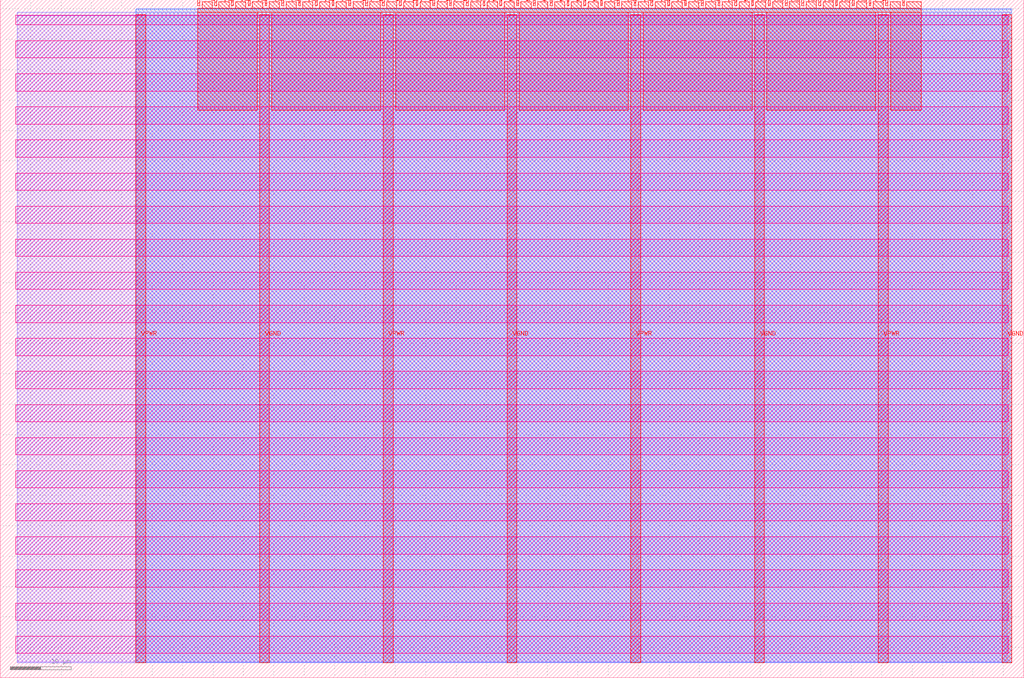
<source format=lef>
VERSION 5.7 ;
  NOWIREEXTENSIONATPIN ON ;
  DIVIDERCHAR "/" ;
  BUSBITCHARS "[]" ;
MACRO tt_um_sunaofurukawa_cpu_8bit_dup2
  CLASS BLOCK ;
  FOREIGN tt_um_sunaofurukawa_cpu_8bit_dup2 ;
  ORIGIN 0.000 0.000 ;
  SIZE 168.360 BY 111.520 ;
  PIN VGND
    DIRECTION INOUT ;
    USE GROUND ;
    PORT
      LAYER met4 ;
        RECT 42.670 2.480 44.270 109.040 ;
    END
    PORT
      LAYER met4 ;
        RECT 83.380 2.480 84.980 109.040 ;
    END
    PORT
      LAYER met4 ;
        RECT 124.090 2.480 125.690 109.040 ;
    END
    PORT
      LAYER met4 ;
        RECT 164.800 2.480 166.400 109.040 ;
    END
  END VGND
  PIN VPWR
    DIRECTION INOUT ;
    USE POWER ;
    PORT
      LAYER met4 ;
        RECT 22.315 2.480 23.915 109.040 ;
    END
    PORT
      LAYER met4 ;
        RECT 63.025 2.480 64.625 109.040 ;
    END
    PORT
      LAYER met4 ;
        RECT 103.735 2.480 105.335 109.040 ;
    END
    PORT
      LAYER met4 ;
        RECT 144.445 2.480 146.045 109.040 ;
    END
  END VPWR
  PIN clk
    DIRECTION INPUT ;
    USE SIGNAL ;
    ANTENNAGATEAREA 0.852000 ;
    PORT
      LAYER met4 ;
        RECT 145.670 110.520 145.970 111.520 ;
    END
  END clk
  PIN ena
    DIRECTION INPUT ;
    USE SIGNAL ;
    ANTENNAGATEAREA 0.196500 ;
    PORT
      LAYER met4 ;
        RECT 148.430 110.520 148.730 111.520 ;
    END
  END ena
  PIN rst_n
    DIRECTION INPUT ;
    USE SIGNAL ;
    ANTENNAGATEAREA 0.213000 ;
    PORT
      LAYER met4 ;
        RECT 142.910 110.520 143.210 111.520 ;
    END
  END rst_n
  PIN ui_in[0]
    DIRECTION INPUT ;
    USE SIGNAL ;
    ANTENNAGATEAREA 0.196500 ;
    PORT
      LAYER met4 ;
        RECT 140.150 110.520 140.450 111.520 ;
    END
  END ui_in[0]
  PIN ui_in[1]
    DIRECTION INPUT ;
    USE SIGNAL ;
    ANTENNAGATEAREA 0.196500 ;
    PORT
      LAYER met4 ;
        RECT 137.390 110.520 137.690 111.520 ;
    END
  END ui_in[1]
  PIN ui_in[2]
    DIRECTION INPUT ;
    USE SIGNAL ;
    ANTENNAGATEAREA 0.196500 ;
    PORT
      LAYER met4 ;
        RECT 134.630 110.520 134.930 111.520 ;
    END
  END ui_in[2]
  PIN ui_in[3]
    DIRECTION INPUT ;
    USE SIGNAL ;
    ANTENNAGATEAREA 0.196500 ;
    PORT
      LAYER met4 ;
        RECT 131.870 110.520 132.170 111.520 ;
    END
  END ui_in[3]
  PIN ui_in[4]
    DIRECTION INPUT ;
    USE SIGNAL ;
    ANTENNAGATEAREA 0.126000 ;
    PORT
      LAYER met4 ;
        RECT 129.110 110.520 129.410 111.520 ;
    END
  END ui_in[4]
  PIN ui_in[5]
    DIRECTION INPUT ;
    USE SIGNAL ;
    ANTENNAGATEAREA 0.196500 ;
    PORT
      LAYER met4 ;
        RECT 126.350 110.520 126.650 111.520 ;
    END
  END ui_in[5]
  PIN ui_in[6]
    DIRECTION INPUT ;
    USE SIGNAL ;
    ANTENNAGATEAREA 0.196500 ;
    PORT
      LAYER met4 ;
        RECT 123.590 110.520 123.890 111.520 ;
    END
  END ui_in[6]
  PIN ui_in[7]
    DIRECTION INPUT ;
    USE SIGNAL ;
    ANTENNAGATEAREA 0.213000 ;
    PORT
      LAYER met4 ;
        RECT 120.830 110.520 121.130 111.520 ;
    END
  END ui_in[7]
  PIN uio_in[0]
    DIRECTION INPUT ;
    USE SIGNAL ;
    PORT
      LAYER met4 ;
        RECT 118.070 110.520 118.370 111.520 ;
    END
  END uio_in[0]
  PIN uio_in[1]
    DIRECTION INPUT ;
    USE SIGNAL ;
    PORT
      LAYER met4 ;
        RECT 115.310 110.520 115.610 111.520 ;
    END
  END uio_in[1]
  PIN uio_in[2]
    DIRECTION INPUT ;
    USE SIGNAL ;
    PORT
      LAYER met4 ;
        RECT 112.550 110.520 112.850 111.520 ;
    END
  END uio_in[2]
  PIN uio_in[3]
    DIRECTION INPUT ;
    USE SIGNAL ;
    PORT
      LAYER met4 ;
        RECT 109.790 110.520 110.090 111.520 ;
    END
  END uio_in[3]
  PIN uio_in[4]
    DIRECTION INPUT ;
    USE SIGNAL ;
    PORT
      LAYER met4 ;
        RECT 107.030 110.520 107.330 111.520 ;
    END
  END uio_in[4]
  PIN uio_in[5]
    DIRECTION INPUT ;
    USE SIGNAL ;
    PORT
      LAYER met4 ;
        RECT 104.270 110.520 104.570 111.520 ;
    END
  END uio_in[5]
  PIN uio_in[6]
    DIRECTION INPUT ;
    USE SIGNAL ;
    PORT
      LAYER met4 ;
        RECT 101.510 110.520 101.810 111.520 ;
    END
  END uio_in[6]
  PIN uio_in[7]
    DIRECTION INPUT ;
    USE SIGNAL ;
    PORT
      LAYER met4 ;
        RECT 98.750 110.520 99.050 111.520 ;
    END
  END uio_in[7]
  PIN uio_oe[0]
    DIRECTION OUTPUT TRISTATE ;
    USE SIGNAL ;
    PORT
      LAYER met4 ;
        RECT 51.830 110.520 52.130 111.520 ;
    END
  END uio_oe[0]
  PIN uio_oe[1]
    DIRECTION OUTPUT TRISTATE ;
    USE SIGNAL ;
    PORT
      LAYER met4 ;
        RECT 49.070 110.520 49.370 111.520 ;
    END
  END uio_oe[1]
  PIN uio_oe[2]
    DIRECTION OUTPUT TRISTATE ;
    USE SIGNAL ;
    PORT
      LAYER met4 ;
        RECT 46.310 110.520 46.610 111.520 ;
    END
  END uio_oe[2]
  PIN uio_oe[3]
    DIRECTION OUTPUT TRISTATE ;
    USE SIGNAL ;
    PORT
      LAYER met4 ;
        RECT 43.550 110.520 43.850 111.520 ;
    END
  END uio_oe[3]
  PIN uio_oe[4]
    DIRECTION OUTPUT TRISTATE ;
    USE SIGNAL ;
    PORT
      LAYER met4 ;
        RECT 40.790 110.520 41.090 111.520 ;
    END
  END uio_oe[4]
  PIN uio_oe[5]
    DIRECTION OUTPUT TRISTATE ;
    USE SIGNAL ;
    PORT
      LAYER met4 ;
        RECT 38.030 110.520 38.330 111.520 ;
    END
  END uio_oe[5]
  PIN uio_oe[6]
    DIRECTION OUTPUT TRISTATE ;
    USE SIGNAL ;
    PORT
      LAYER met4 ;
        RECT 35.270 110.520 35.570 111.520 ;
    END
  END uio_oe[6]
  PIN uio_oe[7]
    DIRECTION OUTPUT TRISTATE ;
    USE SIGNAL ;
    PORT
      LAYER met4 ;
        RECT 32.510 110.520 32.810 111.520 ;
    END
  END uio_oe[7]
  PIN uio_out[0]
    DIRECTION OUTPUT TRISTATE ;
    USE SIGNAL ;
    PORT
      LAYER met4 ;
        RECT 73.910 110.520 74.210 111.520 ;
    END
  END uio_out[0]
  PIN uio_out[1]
    DIRECTION OUTPUT TRISTATE ;
    USE SIGNAL ;
    PORT
      LAYER met4 ;
        RECT 71.150 110.520 71.450 111.520 ;
    END
  END uio_out[1]
  PIN uio_out[2]
    DIRECTION OUTPUT TRISTATE ;
    USE SIGNAL ;
    PORT
      LAYER met4 ;
        RECT 68.390 110.520 68.690 111.520 ;
    END
  END uio_out[2]
  PIN uio_out[3]
    DIRECTION OUTPUT TRISTATE ;
    USE SIGNAL ;
    PORT
      LAYER met4 ;
        RECT 65.630 110.520 65.930 111.520 ;
    END
  END uio_out[3]
  PIN uio_out[4]
    DIRECTION OUTPUT TRISTATE ;
    USE SIGNAL ;
    PORT
      LAYER met4 ;
        RECT 62.870 110.520 63.170 111.520 ;
    END
  END uio_out[4]
  PIN uio_out[5]
    DIRECTION OUTPUT TRISTATE ;
    USE SIGNAL ;
    PORT
      LAYER met4 ;
        RECT 60.110 110.520 60.410 111.520 ;
    END
  END uio_out[5]
  PIN uio_out[6]
    DIRECTION OUTPUT TRISTATE ;
    USE SIGNAL ;
    PORT
      LAYER met4 ;
        RECT 57.350 110.520 57.650 111.520 ;
    END
  END uio_out[6]
  PIN uio_out[7]
    DIRECTION OUTPUT TRISTATE ;
    USE SIGNAL ;
    PORT
      LAYER met4 ;
        RECT 54.590 110.520 54.890 111.520 ;
    END
  END uio_out[7]
  PIN uo_out[0]
    DIRECTION OUTPUT TRISTATE ;
    USE SIGNAL ;
    ANTENNAGATEAREA 0.621000 ;
    ANTENNADIFFAREA 0.891000 ;
    PORT
      LAYER met4 ;
        RECT 95.990 110.520 96.290 111.520 ;
    END
  END uo_out[0]
  PIN uo_out[1]
    DIRECTION OUTPUT TRISTATE ;
    USE SIGNAL ;
    ANTENNAGATEAREA 0.702000 ;
    ANTENNADIFFAREA 0.891000 ;
    PORT
      LAYER met4 ;
        RECT 93.230 110.520 93.530 111.520 ;
    END
  END uo_out[1]
  PIN uo_out[2]
    DIRECTION OUTPUT TRISTATE ;
    USE SIGNAL ;
    ANTENNAGATEAREA 0.994500 ;
    ANTENNADIFFAREA 0.891000 ;
    PORT
      LAYER met4 ;
        RECT 90.470 110.520 90.770 111.520 ;
    END
  END uo_out[2]
  PIN uo_out[3]
    DIRECTION OUTPUT TRISTATE ;
    USE SIGNAL ;
    ANTENNAGATEAREA 1.368000 ;
    ANTENNADIFFAREA 0.891000 ;
    PORT
      LAYER met4 ;
        RECT 87.710 110.520 88.010 111.520 ;
    END
  END uo_out[3]
  PIN uo_out[4]
    DIRECTION OUTPUT TRISTATE ;
    USE SIGNAL ;
    ANTENNAGATEAREA 0.873000 ;
    ANTENNADIFFAREA 0.891000 ;
    PORT
      LAYER met4 ;
        RECT 84.950 110.520 85.250 111.520 ;
    END
  END uo_out[4]
  PIN uo_out[5]
    DIRECTION OUTPUT TRISTATE ;
    USE SIGNAL ;
    ANTENNAGATEAREA 1.237500 ;
    ANTENNADIFFAREA 0.891000 ;
    PORT
      LAYER met4 ;
        RECT 82.190 110.520 82.490 111.520 ;
    END
  END uo_out[5]
  PIN uo_out[6]
    DIRECTION OUTPUT TRISTATE ;
    USE SIGNAL ;
    ANTENNAGATEAREA 0.747000 ;
    ANTENNADIFFAREA 0.891000 ;
    PORT
      LAYER met4 ;
        RECT 79.430 110.520 79.730 111.520 ;
    END
  END uo_out[6]
  PIN uo_out[7]
    DIRECTION OUTPUT TRISTATE ;
    USE SIGNAL ;
    ANTENNAGATEAREA 0.990000 ;
    ANTENNADIFFAREA 0.891000 ;
    PORT
      LAYER met4 ;
        RECT 76.670 110.520 76.970 111.520 ;
    END
  END uo_out[7]
  OBS
      LAYER nwell ;
        RECT 2.570 107.385 165.790 108.990 ;
        RECT 2.570 101.945 165.790 104.775 ;
        RECT 2.570 96.505 165.790 99.335 ;
        RECT 2.570 91.065 165.790 93.895 ;
        RECT 2.570 85.625 165.790 88.455 ;
        RECT 2.570 80.185 165.790 83.015 ;
        RECT 2.570 74.745 165.790 77.575 ;
        RECT 2.570 69.305 165.790 72.135 ;
        RECT 2.570 63.865 165.790 66.695 ;
        RECT 2.570 58.425 165.790 61.255 ;
        RECT 2.570 52.985 165.790 55.815 ;
        RECT 2.570 47.545 165.790 50.375 ;
        RECT 2.570 42.105 165.790 44.935 ;
        RECT 2.570 36.665 165.790 39.495 ;
        RECT 2.570 31.225 165.790 34.055 ;
        RECT 2.570 25.785 165.790 28.615 ;
        RECT 2.570 20.345 165.790 23.175 ;
        RECT 2.570 14.905 165.790 17.735 ;
        RECT 2.570 9.465 165.790 12.295 ;
        RECT 2.570 4.025 165.790 6.855 ;
      LAYER li1 ;
        RECT 2.760 2.635 165.600 108.885 ;
      LAYER met1 ;
        RECT 2.760 2.480 166.400 109.440 ;
      LAYER met2 ;
        RECT 22.345 2.535 166.370 110.005 ;
      LAYER met3 ;
        RECT 22.325 2.555 166.390 109.985 ;
      LAYER met4 ;
        RECT 33.210 110.120 34.870 111.170 ;
        RECT 35.970 110.120 37.630 111.170 ;
        RECT 38.730 110.120 40.390 111.170 ;
        RECT 41.490 110.120 43.150 111.170 ;
        RECT 44.250 110.120 45.910 111.170 ;
        RECT 47.010 110.120 48.670 111.170 ;
        RECT 49.770 110.120 51.430 111.170 ;
        RECT 52.530 110.120 54.190 111.170 ;
        RECT 55.290 110.120 56.950 111.170 ;
        RECT 58.050 110.120 59.710 111.170 ;
        RECT 60.810 110.120 62.470 111.170 ;
        RECT 63.570 110.120 65.230 111.170 ;
        RECT 66.330 110.120 67.990 111.170 ;
        RECT 69.090 110.120 70.750 111.170 ;
        RECT 71.850 110.120 73.510 111.170 ;
        RECT 74.610 110.120 76.270 111.170 ;
        RECT 77.370 110.120 79.030 111.170 ;
        RECT 80.130 110.120 81.790 111.170 ;
        RECT 82.890 110.120 84.550 111.170 ;
        RECT 85.650 110.120 87.310 111.170 ;
        RECT 88.410 110.120 90.070 111.170 ;
        RECT 91.170 110.120 92.830 111.170 ;
        RECT 93.930 110.120 95.590 111.170 ;
        RECT 96.690 110.120 98.350 111.170 ;
        RECT 99.450 110.120 101.110 111.170 ;
        RECT 102.210 110.120 103.870 111.170 ;
        RECT 104.970 110.120 106.630 111.170 ;
        RECT 107.730 110.120 109.390 111.170 ;
        RECT 110.490 110.120 112.150 111.170 ;
        RECT 113.250 110.120 114.910 111.170 ;
        RECT 116.010 110.120 117.670 111.170 ;
        RECT 118.770 110.120 120.430 111.170 ;
        RECT 121.530 110.120 123.190 111.170 ;
        RECT 124.290 110.120 125.950 111.170 ;
        RECT 127.050 110.120 128.710 111.170 ;
        RECT 129.810 110.120 131.470 111.170 ;
        RECT 132.570 110.120 134.230 111.170 ;
        RECT 135.330 110.120 136.990 111.170 ;
        RECT 138.090 110.120 139.750 111.170 ;
        RECT 140.850 110.120 142.510 111.170 ;
        RECT 143.610 110.120 145.270 111.170 ;
        RECT 146.370 110.120 148.030 111.170 ;
        RECT 149.130 110.120 151.505 111.170 ;
        RECT 32.495 109.440 151.505 110.120 ;
        RECT 32.495 93.335 42.270 109.440 ;
        RECT 44.670 93.335 62.625 109.440 ;
        RECT 65.025 93.335 82.980 109.440 ;
        RECT 85.380 93.335 103.335 109.440 ;
        RECT 105.735 93.335 123.690 109.440 ;
        RECT 126.090 93.335 144.045 109.440 ;
        RECT 146.445 93.335 151.505 109.440 ;
  END
END tt_um_sunaofurukawa_cpu_8bit_dup2
END LIBRARY


</source>
